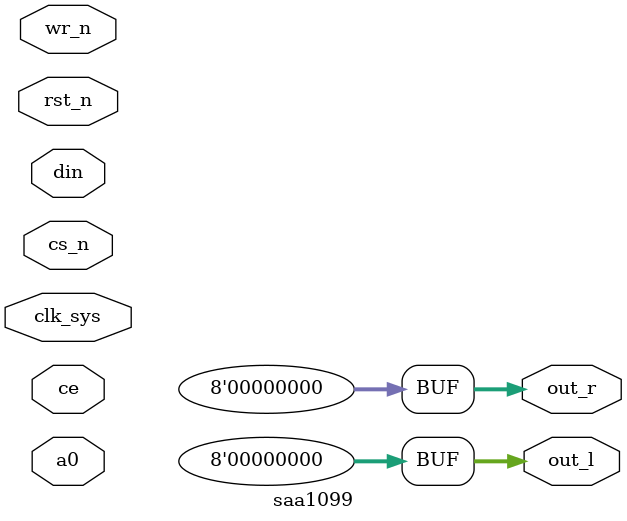
<source format=v>
module saa1099
//-------------------------------------------------------------------------------------------------
(
	input  wire      clk_sys,
	input  wire      ce,      // 8 MHz
	input  wire      rst_n,
	input  wire      cs_n,
	input  wire      a0,      // 0=data, 1=address
	input  wire      wr_n,
	input  wire[7:0] din,
	output wire[7:0] out_r,
	output wire[7:0] out_l
);
//-------------------------------------------------------------------------------------------------

assign out_r = 8'd0;
assign out_l = 8'd0;

//-------------------------------------------------------------------------------------------------
endmodule
//-------------------------------------------------------------------------------------------------

</source>
